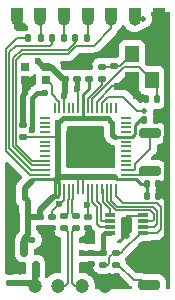
<source format=gbr>
G04 #@! TF.GenerationSoftware,KiCad,Pcbnew,(6.0.7-1)-1*
G04 #@! TF.CreationDate,2023-04-07T16:35:06+08:00*
G04 #@! TF.ProjectId,picofly,7069636f-666c-4792-9e6b-696361645f70,REV1*
G04 #@! TF.SameCoordinates,Original*
G04 #@! TF.FileFunction,Copper,L1,Top*
G04 #@! TF.FilePolarity,Positive*
%FSLAX46Y46*%
G04 Gerber Fmt 4.6, Leading zero omitted, Abs format (unit mm)*
G04 Created by KiCad (PCBNEW (6.0.7-1)-1) date 2023-04-07 16:35:06*
%MOMM*%
%LPD*%
G01*
G04 APERTURE LIST*
G04 Aperture macros list*
%AMRoundRect*
0 Rectangle with rounded corners*
0 $1 Rounding radius*
0 $2 $3 $4 $5 $6 $7 $8 $9 X,Y pos of 4 corners*
0 Add a 4 corners polygon primitive as box body*
4,1,4,$2,$3,$4,$5,$6,$7,$8,$9,$2,$3,0*
0 Add four circle primitives for the rounded corners*
1,1,$1+$1,$2,$3*
1,1,$1+$1,$4,$5*
1,1,$1+$1,$6,$7*
1,1,$1+$1,$8,$9*
0 Add four rect primitives between the rounded corners*
20,1,$1+$1,$2,$3,$4,$5,0*
20,1,$1+$1,$4,$5,$6,$7,0*
20,1,$1+$1,$6,$7,$8,$9,0*
20,1,$1+$1,$8,$9,$2,$3,0*%
G04 Aperture macros list end*
G04 #@! TA.AperFunction,SMDPad,CuDef*
%ADD10RoundRect,0.200000X-0.700000X-0.200000X0.700000X-0.200000X0.700000X0.200000X-0.700000X0.200000X0*%
G04 #@! TD*
G04 #@! TA.AperFunction,SMDPad,CuDef*
%ADD11R,1.200000X1.400000*%
G04 #@! TD*
G04 #@! TA.AperFunction,SMDPad,CuDef*
%ADD12RoundRect,0.140000X0.170000X-0.140000X0.170000X0.140000X-0.170000X0.140000X-0.170000X-0.140000X0*%
G04 #@! TD*
G04 #@! TA.AperFunction,SMDPad,CuDef*
%ADD13RoundRect,0.140000X-0.140000X-0.170000X0.140000X-0.170000X0.140000X0.170000X-0.140000X0.170000X0*%
G04 #@! TD*
G04 #@! TA.AperFunction,SMDPad,CuDef*
%ADD14RoundRect,0.135000X0.185000X-0.135000X0.185000X0.135000X-0.185000X0.135000X-0.185000X-0.135000X0*%
G04 #@! TD*
G04 #@! TA.AperFunction,SMDPad,CuDef*
%ADD15RoundRect,0.140000X0.140000X0.170000X-0.140000X0.170000X-0.140000X-0.170000X0.140000X-0.170000X0*%
G04 #@! TD*
G04 #@! TA.AperFunction,SMDPad,CuDef*
%ADD16RoundRect,0.135000X0.135000X0.185000X-0.135000X0.185000X-0.135000X-0.185000X0.135000X-0.185000X0*%
G04 #@! TD*
G04 #@! TA.AperFunction,SMDPad,CuDef*
%ADD17RoundRect,0.140000X-0.170000X0.140000X-0.170000X-0.140000X0.170000X-0.140000X0.170000X0.140000X0*%
G04 #@! TD*
G04 #@! TA.AperFunction,SMDPad,CuDef*
%ADD18RoundRect,0.135000X-0.185000X0.135000X-0.185000X-0.135000X0.185000X-0.135000X0.185000X0.135000X0*%
G04 #@! TD*
G04 #@! TA.AperFunction,SMDPad,CuDef*
%ADD19R,0.700000X0.700000*%
G04 #@! TD*
G04 #@! TA.AperFunction,SMDPad,CuDef*
%ADD20O,1.000000X1.000000*%
G04 #@! TD*
G04 #@! TA.AperFunction,SMDPad,CuDef*
%ADD21R,1.000000X1.100000*%
G04 #@! TD*
G04 #@! TA.AperFunction,SMDPad,CuDef*
%ADD22R,0.900000X0.300000*%
G04 #@! TD*
G04 #@! TA.AperFunction,SMDPad,CuDef*
%ADD23R,0.250000X1.650000*%
G04 #@! TD*
G04 #@! TA.AperFunction,SMDPad,CuDef*
%ADD24RoundRect,0.150000X-0.150000X0.587500X-0.150000X-0.587500X0.150000X-0.587500X0.150000X0.587500X0*%
G04 #@! TD*
G04 #@! TA.AperFunction,SMDPad,CuDef*
%ADD25RoundRect,0.050000X0.387500X0.050000X-0.387500X0.050000X-0.387500X-0.050000X0.387500X-0.050000X0*%
G04 #@! TD*
G04 #@! TA.AperFunction,SMDPad,CuDef*
%ADD26RoundRect,0.050000X0.050000X0.387500X-0.050000X0.387500X-0.050000X-0.387500X0.050000X-0.387500X0*%
G04 #@! TD*
G04 #@! TA.AperFunction,ComponentPad*
%ADD27C,0.600000*%
G04 #@! TD*
G04 #@! TA.AperFunction,SMDPad,CuDef*
%ADD28RoundRect,0.144000X1.456000X1.456000X-1.456000X1.456000X-1.456000X-1.456000X1.456000X-1.456000X0*%
G04 #@! TD*
G04 #@! TA.AperFunction,SMDPad,CuDef*
%ADD29C,1.200000*%
G04 #@! TD*
G04 #@! TA.AperFunction,ViaPad*
%ADD30C,0.600000*%
G04 #@! TD*
G04 #@! TA.AperFunction,ViaPad*
%ADD31C,0.500000*%
G04 #@! TD*
G04 #@! TA.AperFunction,Conductor*
%ADD32C,0.127000*%
G04 #@! TD*
G04 #@! TA.AperFunction,Conductor*
%ADD33C,0.250000*%
G04 #@! TD*
G04 #@! TA.AperFunction,Conductor*
%ADD34C,0.500000*%
G04 #@! TD*
G04 #@! TA.AperFunction,Conductor*
%ADD35C,0.200000*%
G04 #@! TD*
G04 #@! TA.AperFunction,Conductor*
%ADD36C,0.381000*%
G04 #@! TD*
G04 #@! TA.AperFunction,Conductor*
%ADD37C,0.152400*%
G04 #@! TD*
G04 APERTURE END LIST*
D10*
X112776000Y-86284000D03*
X112776000Y-89484000D03*
X112700000Y-95900000D03*
X112700000Y-99100000D03*
D11*
X112950000Y-81800000D03*
X112950000Y-79600000D03*
X111250000Y-79600000D03*
X111250000Y-81800000D03*
D12*
X102000000Y-86580000D03*
X102000000Y-85620000D03*
D13*
X112296000Y-85200000D03*
X113256000Y-85200000D03*
D14*
X108700000Y-81710000D03*
X108700000Y-80690000D03*
D12*
X100900000Y-98980000D03*
X100900000Y-98020000D03*
D15*
X102480000Y-94400000D03*
X101520000Y-94400000D03*
D16*
X105510000Y-78200000D03*
X104490000Y-78200000D03*
D17*
X104500000Y-93360000D03*
X104500000Y-94320000D03*
D18*
X109900000Y-96390000D03*
X109900000Y-97410000D03*
D12*
X106600000Y-81680000D03*
X106600000Y-80720000D03*
D13*
X112520000Y-91600000D03*
X113480000Y-91600000D03*
D17*
X107800000Y-96430000D03*
X107800000Y-97390000D03*
X109700000Y-79620000D03*
X109700000Y-80580000D03*
D12*
X107600000Y-81680000D03*
X107600000Y-80720000D03*
D16*
X103510000Y-78200000D03*
X102490000Y-78200000D03*
D19*
X104015000Y-81750000D03*
X104015000Y-80650000D03*
X102185000Y-80650000D03*
X102185000Y-81750000D03*
D14*
X105500000Y-94350000D03*
X105500000Y-93330000D03*
D12*
X105600000Y-81680000D03*
X105600000Y-80720000D03*
D18*
X108800000Y-96400000D03*
X108800000Y-97420000D03*
D20*
X101500000Y-76700000D03*
D21*
X101500000Y-76150000D03*
X103500000Y-76150000D03*
D20*
X103500000Y-76700000D03*
D21*
X105500000Y-76150000D03*
D20*
X105500000Y-76700000D03*
D21*
X107500000Y-76150000D03*
D20*
X107500000Y-76700000D03*
D21*
X109500000Y-76150000D03*
D20*
X109500000Y-76700000D03*
X111500000Y-76700000D03*
D21*
X111500000Y-76150000D03*
D20*
X113500000Y-76700000D03*
D21*
X113500000Y-76150000D03*
D13*
X112420000Y-83400000D03*
X113380000Y-83400000D03*
D22*
X112200000Y-94750000D03*
X112200000Y-94250000D03*
X112200000Y-93750000D03*
X112200000Y-93250000D03*
X109400000Y-93250000D03*
X109400000Y-93750000D03*
X109400000Y-94250000D03*
X109400000Y-94750000D03*
D23*
X110800000Y-94000000D03*
D17*
X107500000Y-93360000D03*
X107500000Y-94320000D03*
D24*
X104050000Y-95962500D03*
X102150000Y-95962500D03*
X103100000Y-97837500D03*
D17*
X103500000Y-93360000D03*
X103500000Y-94320000D03*
D25*
X110737500Y-90200000D03*
X110737500Y-89800000D03*
X110737500Y-89400000D03*
X110737500Y-89000000D03*
X110737500Y-88600000D03*
X110737500Y-88200000D03*
X110737500Y-87800000D03*
X110737500Y-87400000D03*
X110737500Y-87000000D03*
X110737500Y-86600000D03*
X110737500Y-86200000D03*
X110737500Y-85800000D03*
X110737500Y-85400000D03*
X110737500Y-85000000D03*
D26*
X109900000Y-84162500D03*
X109500000Y-84162500D03*
X109100000Y-84162500D03*
X108700000Y-84162500D03*
X108300000Y-84162500D03*
X107900000Y-84162500D03*
X107500000Y-84162500D03*
X107100000Y-84162500D03*
X106700000Y-84162500D03*
X106300000Y-84162500D03*
X105900000Y-84162500D03*
X105500000Y-84162500D03*
X105100000Y-84162500D03*
X104700000Y-84162500D03*
D25*
X103862500Y-85000000D03*
X103862500Y-85400000D03*
X103862500Y-85800000D03*
X103862500Y-86200000D03*
X103862500Y-86600000D03*
X103862500Y-87000000D03*
X103862500Y-87400000D03*
X103862500Y-87800000D03*
X103862500Y-88200000D03*
X103862500Y-88600000D03*
X103862500Y-89000000D03*
X103862500Y-89400000D03*
X103862500Y-89800000D03*
X103862500Y-90200000D03*
D26*
X104700000Y-91037500D03*
X105100000Y-91037500D03*
X105500000Y-91037500D03*
X105900000Y-91037500D03*
X106300000Y-91037500D03*
X106700000Y-91037500D03*
X107100000Y-91037500D03*
X107500000Y-91037500D03*
X107900000Y-91037500D03*
X108300000Y-91037500D03*
X108700000Y-91037500D03*
X109100000Y-91037500D03*
X109500000Y-91037500D03*
X109900000Y-91037500D03*
D27*
X106025000Y-86325000D03*
X107300000Y-87600000D03*
X108575000Y-87600000D03*
D28*
X107300000Y-87600000D03*
D27*
X107300000Y-86325000D03*
X108575000Y-88875000D03*
X106025000Y-88875000D03*
X108575000Y-86325000D03*
X107300000Y-88875000D03*
X106025000Y-87600000D03*
D16*
X107410000Y-78200000D03*
X106390000Y-78200000D03*
D15*
X102180000Y-91700000D03*
X101220000Y-91700000D03*
D29*
X103000000Y-99200000D03*
X105000000Y-99200000D03*
X107000000Y-99200000D03*
X109000000Y-99200000D03*
D13*
X112520000Y-90600000D03*
X113480000Y-90600000D03*
D14*
X106500000Y-94350000D03*
X106500000Y-93330000D03*
D15*
X102480000Y-93400000D03*
X101520000Y-93400000D03*
D30*
X105100000Y-92300000D03*
X103900000Y-82900000D03*
X107436325Y-92325040D03*
X102800000Y-86000000D03*
X106600000Y-82500000D03*
D31*
X112300000Y-84400000D03*
X112200000Y-76600000D03*
D30*
X103300000Y-80200000D03*
X105496511Y-83092400D03*
X102200000Y-77400000D03*
X107000000Y-96410000D03*
X104999998Y-85400001D03*
X102800000Y-95300000D03*
X114200000Y-95200000D03*
X107500000Y-95200000D03*
X101500000Y-90000000D03*
X107800000Y-98100000D03*
D31*
X100900000Y-97300000D03*
D30*
X114200000Y-91600000D03*
X113200000Y-97600000D03*
X101200000Y-90800000D03*
D31*
X100900000Y-95600000D03*
D30*
X104900000Y-97400000D03*
D31*
X100900000Y-96500000D03*
D30*
X110400000Y-78000000D03*
X102000000Y-84700000D03*
X114100000Y-86800000D03*
X110000000Y-82300000D03*
X104300000Y-97900000D03*
X114200000Y-90600000D03*
X111500000Y-78000000D03*
D31*
X110800000Y-95000000D03*
D30*
X102200000Y-82900000D03*
X107000000Y-97600000D03*
X108600000Y-79600000D03*
X104200000Y-94900000D03*
X113300000Y-78000000D03*
X102000000Y-83800000D03*
X106900000Y-79900000D03*
D31*
X110800000Y-94000000D03*
X101800000Y-98000000D03*
D30*
X111600000Y-83100000D03*
X110000000Y-99100000D03*
X110000000Y-98400000D03*
X114200000Y-85400000D03*
D32*
X112776000Y-87576000D02*
X112776000Y-86284000D01*
X112776000Y-87630000D02*
X112776000Y-87576000D01*
X111506000Y-88894000D02*
X111506000Y-89344000D01*
X112776000Y-87576000D02*
X112776000Y-87624000D01*
X112776000Y-87624000D02*
X111506000Y-88894000D01*
X111506000Y-89344000D02*
X111450000Y-89400000D01*
X111450000Y-89400000D02*
X110737500Y-89400000D01*
X109800000Y-96390000D02*
X110310000Y-96390000D01*
X110310000Y-96390000D02*
X110600000Y-96100000D01*
X110600000Y-96100000D02*
X111900000Y-94800000D01*
X111900000Y-94800000D02*
X112200000Y-94800000D01*
D33*
X112014000Y-85090000D02*
X111506000Y-85598000D01*
X111506000Y-85598000D02*
X111506000Y-86360000D01*
X111506000Y-86360000D02*
X111266000Y-86600000D01*
X111266000Y-86600000D02*
X110737500Y-86600000D01*
X110737500Y-86600000D02*
X109800000Y-86600000D01*
D34*
X103000000Y-99200000D02*
X103000000Y-98137500D01*
X100900000Y-98980000D02*
X100920000Y-99000000D01*
X102800000Y-99000000D02*
X103000000Y-99200000D01*
X100920000Y-99000000D02*
X102800000Y-99000000D01*
X103000000Y-98137500D02*
X103100000Y-98037500D01*
D35*
X107500000Y-93360000D02*
X107500000Y-92800000D01*
D36*
X103200000Y-82900000D02*
X102800000Y-83300000D01*
D35*
X107500000Y-92388715D02*
X107436325Y-92325040D01*
X107500000Y-92800000D02*
X107500000Y-92600000D01*
X105500000Y-91900000D02*
X105500000Y-91037500D01*
X107500000Y-91037500D02*
X107500000Y-92100000D01*
X107500000Y-92100000D02*
X107500000Y-92261365D01*
X107500000Y-92800000D02*
X107500000Y-92388715D01*
X106700000Y-82600000D02*
X106600000Y-82500000D01*
D36*
X103900000Y-82900000D02*
X103200000Y-82900000D01*
D35*
X104500000Y-92900000D02*
X105500000Y-91900000D01*
X107500000Y-92261365D02*
X107436325Y-92325040D01*
D36*
X102800000Y-83300000D02*
X102800000Y-86000000D01*
D35*
X106700000Y-84162500D02*
X106700000Y-82600000D01*
D36*
X106600000Y-81680000D02*
X106600000Y-82500000D01*
D35*
X107500000Y-92600000D02*
X107500000Y-92100000D01*
X104500000Y-93360000D02*
X104500000Y-92900000D01*
X107500000Y-92600000D02*
X107500000Y-92388715D01*
D32*
X109900000Y-97410000D02*
X110110000Y-97410000D01*
X112250000Y-98900000D02*
X112050000Y-98700000D01*
X110110000Y-97410000D02*
X111400000Y-98700000D01*
X112050000Y-98700000D02*
X111400000Y-98700000D01*
D37*
X106176200Y-94673800D02*
X106500000Y-94350000D01*
X106400000Y-99200000D02*
X106176200Y-98976200D01*
X107000000Y-99200000D02*
X106400000Y-99200000D01*
X106176200Y-98976200D02*
X106176200Y-94673800D01*
X105823800Y-98982136D02*
X105823800Y-94673800D01*
X105605936Y-99200000D02*
X105823800Y-98982136D01*
X105823800Y-94673800D02*
X105500000Y-94350000D01*
D32*
X105000000Y-99200000D02*
X105605936Y-99200000D01*
D35*
X108700000Y-83697342D02*
X109197342Y-83200000D01*
X111500000Y-76700000D02*
X111600000Y-76600000D01*
X111700000Y-84400000D02*
X112300000Y-84400000D01*
X111600000Y-84300000D02*
X111700000Y-84400000D01*
X111600000Y-76600000D02*
X112200000Y-76600000D01*
X110500000Y-83200000D02*
X111600000Y-84300000D01*
X108700000Y-84162500D02*
X108700000Y-83697342D01*
X110400000Y-83200000D02*
X110500000Y-83200000D01*
X109197342Y-83200000D02*
X110400000Y-83200000D01*
D37*
X108003553Y-78903553D02*
X106527499Y-78903553D01*
X101461400Y-80083144D02*
X101461400Y-87261400D01*
X101944545Y-79600000D02*
X101461400Y-80083144D01*
X102800000Y-88600000D02*
X103862500Y-88600000D01*
X101461400Y-87261400D02*
X102800000Y-88600000D01*
X106527499Y-78903553D02*
X105831052Y-79600000D01*
X105831052Y-79600000D02*
X101944545Y-79600000D01*
X109500000Y-77407106D02*
X108003553Y-78903553D01*
X109500000Y-76700000D02*
X109500000Y-77407106D01*
X107500000Y-76700000D02*
X107500000Y-78110000D01*
X107500000Y-78110000D02*
X107410000Y-78200000D01*
X105510000Y-78200000D02*
X105510000Y-76710000D01*
X105510000Y-76710000D02*
X105500000Y-76700000D01*
X103510000Y-78200000D02*
X103510000Y-76710000D01*
X103510000Y-76710000D02*
X103500000Y-76700000D01*
D32*
X112550000Y-89800000D02*
X113000000Y-89350000D01*
X110737500Y-89800000D02*
X112550000Y-89800000D01*
X105100000Y-83600000D02*
X104500000Y-83000000D01*
X104500000Y-83000000D02*
X104500000Y-82235000D01*
X105100000Y-84162500D02*
X105100000Y-83600000D01*
X104500000Y-82235000D02*
X104015000Y-81750000D01*
X110500000Y-92200000D02*
X113400000Y-92200000D01*
X112200000Y-94800000D02*
X112200000Y-94750000D01*
X109900000Y-91037500D02*
X109900000Y-91600000D01*
X109180000Y-97420000D02*
X109300000Y-97300000D01*
X113350000Y-94750000D02*
X112200000Y-94750000D01*
X113700000Y-94400000D02*
X113350000Y-94750000D01*
X108800000Y-97420000D02*
X109180000Y-97420000D01*
X113700000Y-92500000D02*
X113700000Y-94400000D01*
X109710000Y-96390000D02*
X109900000Y-96390000D01*
X109900000Y-91600000D02*
X110500000Y-92200000D01*
X109300000Y-96800000D02*
X109710000Y-96390000D01*
X113400000Y-92200000D02*
X113700000Y-92500000D01*
X109300000Y-97300000D02*
X109300000Y-96800000D01*
X108550000Y-94250000D02*
X108300000Y-94000000D01*
X108300000Y-92500000D02*
X107900000Y-92100000D01*
X108300000Y-94000000D02*
X108300000Y-92500000D01*
X107900000Y-92100000D02*
X107900000Y-91037500D01*
X109400000Y-94250000D02*
X108550000Y-94250000D01*
X108750000Y-93750000D02*
X108650000Y-93650000D01*
X108650000Y-92350000D02*
X108650000Y-93650000D01*
X109400000Y-93750000D02*
X108750000Y-93750000D01*
X108300000Y-92000000D02*
X108650000Y-92350000D01*
X108300000Y-91037500D02*
X108300000Y-92000000D01*
X108778902Y-92084476D02*
X109400000Y-92705574D01*
X108778902Y-91116402D02*
X108778902Y-92084476D01*
X109400000Y-92705574D02*
X109400000Y-93250000D01*
X108700000Y-91037500D02*
X108778902Y-91116402D01*
X112950000Y-93750000D02*
X112200000Y-93750000D01*
X109100000Y-91037500D02*
X109100000Y-92011148D01*
X109100000Y-92011148D02*
X109888852Y-92800000D01*
X113100000Y-93600000D02*
X112950000Y-93750000D01*
X113100000Y-93100000D02*
X113100000Y-93600000D01*
X112800000Y-92800000D02*
X113100000Y-93100000D01*
X109888852Y-92800000D02*
X112800000Y-92800000D01*
X113400000Y-92900000D02*
X113400000Y-94000000D01*
X110000000Y-92500000D02*
X113000000Y-92500000D01*
X109500000Y-91037500D02*
X109500000Y-92000000D01*
X113400000Y-94000000D02*
X113150000Y-94250000D01*
X113000000Y-92500000D02*
X113400000Y-92900000D01*
X109500000Y-92000000D02*
X110000000Y-92500000D01*
X113150000Y-94250000D02*
X112200000Y-94250000D01*
D35*
X105500000Y-84162500D02*
X105500000Y-83095889D01*
X103862500Y-86600000D02*
X102020000Y-86600000D01*
D33*
X112000000Y-90600000D02*
X111600000Y-90200000D01*
D36*
X106700000Y-85000000D02*
X109200000Y-85000000D01*
D33*
X107600000Y-81680000D02*
X107600000Y-82500000D01*
D34*
X105000000Y-89600000D02*
X105000000Y-86500000D01*
X105000000Y-85400003D02*
X104999998Y-85400001D01*
X102180000Y-90920000D02*
X102750000Y-90350000D01*
X105000000Y-86500000D02*
X105000000Y-85400003D01*
X109800000Y-90000000D02*
X107200000Y-90000000D01*
D36*
X109200000Y-85000000D02*
X109600000Y-85400000D01*
D34*
X105496511Y-83003489D02*
X105496511Y-83092400D01*
X102480000Y-92000000D02*
X102180000Y-91700000D01*
X104015000Y-80650000D02*
X104382220Y-80650000D01*
D36*
X107020000Y-96430000D02*
X107000000Y-96410000D01*
D35*
X106700000Y-90200000D02*
X106500000Y-90000000D01*
D36*
X107100000Y-85000000D02*
X106700000Y-85000000D01*
D33*
X105100000Y-91037500D02*
X105100000Y-90500000D01*
X109800000Y-90000000D02*
X110000000Y-90200000D01*
X111600000Y-90200000D02*
X110737500Y-90200000D01*
D36*
X106700000Y-85000000D02*
X105399999Y-85000000D01*
D35*
X107100000Y-90100000D02*
X107200000Y-90000000D01*
D36*
X109600000Y-85400000D02*
X109600000Y-86400000D01*
D33*
X103862500Y-90200000D02*
X104600000Y-90200000D01*
X104900000Y-91700000D02*
X104600000Y-91700000D01*
D36*
X102800000Y-95300000D02*
X102750000Y-95250000D01*
D34*
X102520000Y-93360000D02*
X102480000Y-93400000D01*
X107200000Y-90000000D02*
X106500000Y-90000000D01*
X102180000Y-91700000D02*
X102180000Y-90920000D01*
D36*
X107800000Y-96430000D02*
X107020000Y-96430000D01*
D33*
X107100000Y-85000000D02*
X107100000Y-84162500D01*
D36*
X108800000Y-94900000D02*
X108950000Y-94750000D01*
D33*
X110737500Y-90200000D02*
X110000000Y-90200000D01*
D34*
X105600000Y-81680000D02*
X105600000Y-82900000D01*
D33*
X105000000Y-89800000D02*
X105000000Y-89600000D01*
D34*
X103500000Y-92800000D02*
X103500000Y-93360000D01*
D33*
X105000000Y-90000000D02*
X104700000Y-90300000D01*
X104700000Y-90300000D02*
X104800000Y-90200000D01*
D34*
X103750000Y-80650000D02*
X103300000Y-80200000D01*
D36*
X102750000Y-95250000D02*
X102150000Y-95250000D01*
D33*
X105100000Y-91500000D02*
X104900000Y-91700000D01*
D34*
X105000000Y-90000000D02*
X105000000Y-89600000D01*
D33*
X104700000Y-91037500D02*
X104700000Y-91600000D01*
X112520000Y-90600000D02*
X112000000Y-90600000D01*
D34*
X106500000Y-90000000D02*
X105200000Y-90000000D01*
D35*
X102020000Y-86600000D02*
X102000000Y-86580000D01*
D34*
X103500000Y-93360000D02*
X102520000Y-93360000D01*
D33*
X103862500Y-90200000D02*
X102900000Y-90200000D01*
X105100000Y-90500000D02*
X104800000Y-90200000D01*
X105000000Y-90000000D02*
X104800000Y-90200000D01*
D35*
X106700000Y-91037500D02*
X106700000Y-90200000D01*
D33*
X112520000Y-91600000D02*
X112520000Y-90600000D01*
D34*
X104015000Y-80650000D02*
X103750000Y-80650000D01*
X105600000Y-81680000D02*
X105412220Y-81680000D01*
X102480000Y-94920000D02*
X102480000Y-92000000D01*
X102200000Y-77400000D02*
X101900000Y-77100000D01*
D35*
X103862500Y-86600000D02*
X104900000Y-86600000D01*
D33*
X105100000Y-91037500D02*
X105100000Y-91500000D01*
D34*
X105600000Y-82900000D02*
X105496511Y-83003489D01*
D36*
X108800000Y-95500000D02*
X108800000Y-94900000D01*
X108800000Y-96400000D02*
X108800000Y-95500000D01*
X108770000Y-96430000D02*
X108800000Y-96400000D01*
X109600000Y-86400000D02*
X109800000Y-86600000D01*
D33*
X107100000Y-83000000D02*
X107100000Y-84162500D01*
D34*
X105200000Y-90000000D02*
X104900000Y-90300000D01*
D33*
X104700000Y-91037500D02*
X104700000Y-90300000D01*
D36*
X105399999Y-85000000D02*
X104999998Y-85400001D01*
D35*
X105500000Y-83095889D02*
X105496511Y-83092400D01*
D34*
X101500000Y-76700000D02*
X101500000Y-77400000D01*
X102150000Y-96162500D02*
X102150000Y-95250000D01*
X102150000Y-95250000D02*
X102480000Y-94920000D01*
D33*
X104600000Y-90200000D02*
X104800000Y-90200000D01*
X104600000Y-90200000D02*
X105000000Y-89800000D01*
D34*
X105200000Y-90000000D02*
X105000000Y-90000000D01*
D35*
X107100000Y-91037500D02*
X107100000Y-90100000D01*
D36*
X108950000Y-94750000D02*
X109400000Y-94750000D01*
D33*
X102900000Y-90200000D02*
X102750000Y-90350000D01*
X107600000Y-82500000D02*
X107100000Y-83000000D01*
D34*
X104382220Y-80650000D02*
X105412220Y-81680000D01*
D35*
X104900000Y-86600000D02*
X105000000Y-86500000D01*
D33*
X104700000Y-91600000D02*
X104600000Y-91700000D01*
D34*
X104600000Y-91700000D02*
X103500000Y-92800000D01*
D36*
X107800000Y-96430000D02*
X108770000Y-96430000D01*
D34*
X101500000Y-77400000D02*
X102200000Y-77400000D01*
D37*
X113380000Y-83400000D02*
X113380000Y-82230000D01*
X110600000Y-80700000D02*
X107900000Y-83400000D01*
X111850000Y-80700000D02*
X110600000Y-80700000D01*
X113380000Y-82230000D02*
X112950000Y-81800000D01*
X107900000Y-83400000D02*
X107900000Y-84162500D01*
X112950000Y-81800000D02*
X111850000Y-80700000D01*
X107500000Y-84162500D02*
X107500000Y-83369653D01*
X108334827Y-82534827D02*
X108700000Y-82169654D01*
X108700000Y-82169654D02*
X108700000Y-81710000D01*
X107500000Y-83369653D02*
X108334827Y-82534827D01*
X108700000Y-80690000D02*
X109590000Y-80690000D01*
X109590000Y-80690000D02*
X109700000Y-80580000D01*
X110270000Y-80580000D02*
X111250000Y-79600000D01*
X109700000Y-80580000D02*
X110270000Y-80580000D01*
X106176200Y-91977947D02*
X106176200Y-93006200D01*
X106300000Y-91854147D02*
X106176200Y-91977947D01*
X106176200Y-93006200D02*
X106500000Y-93330000D01*
X106300000Y-91037500D02*
X106300000Y-91854147D01*
D34*
X102000000Y-83100000D02*
X102200000Y-82900000D01*
D35*
X111250000Y-81800000D02*
X111250000Y-82850000D01*
D34*
X104180000Y-94320000D02*
X104500000Y-94320000D01*
X114200000Y-91600000D02*
X114200000Y-85400000D01*
X114200000Y-85400000D02*
X114200000Y-79900000D01*
X104400000Y-97400000D02*
X104900000Y-97400000D01*
D35*
X111250000Y-82850000D02*
X111800000Y-83400000D01*
X111250000Y-81800000D02*
X110500000Y-81800000D01*
D34*
X104180000Y-94320000D02*
X104180000Y-95832500D01*
D35*
X108300000Y-84162500D02*
X108300000Y-83599678D01*
X108300000Y-83599678D02*
X109599678Y-82300000D01*
X109599678Y-82300000D02*
X110000000Y-82300000D01*
D34*
X104050000Y-95962500D02*
X104200000Y-95812500D01*
X113900000Y-79600000D02*
X112950000Y-79600000D01*
X104180000Y-95832500D02*
X104050000Y-95962500D01*
X102200000Y-82900000D02*
X102200000Y-81765000D01*
D35*
X112093750Y-93300000D02*
X110906250Y-93300000D01*
D34*
X104050000Y-97050000D02*
X104400000Y-97400000D01*
X107600000Y-80100000D02*
X107600000Y-80720000D01*
D35*
X110500000Y-81800000D02*
X110000000Y-82300000D01*
D34*
X104200000Y-95812500D02*
X104200000Y-94900000D01*
X104050000Y-95962500D02*
X104050000Y-97050000D01*
X101200000Y-92800000D02*
X101200000Y-90800000D01*
X114200000Y-91600000D02*
X114200000Y-95200000D01*
X108080000Y-79620000D02*
X107600000Y-80100000D01*
X102200000Y-81765000D02*
X102185000Y-81750000D01*
X101520000Y-93120000D02*
X101200000Y-92800000D01*
X102000000Y-85620000D02*
X102000000Y-83100000D01*
X101520000Y-94400000D02*
X101520000Y-93120000D01*
X105600000Y-80720000D02*
X107600000Y-80720000D01*
D35*
X111800000Y-83400000D02*
X112420000Y-83400000D01*
D34*
X109700000Y-79620000D02*
X108080000Y-79620000D01*
D35*
X110800000Y-94000000D02*
X110800000Y-94537500D01*
D34*
X100900000Y-98020000D02*
X100900000Y-97300000D01*
X103500000Y-94320000D02*
X104180000Y-94320000D01*
X114200000Y-79900000D02*
X113900000Y-79600000D01*
D37*
X101909398Y-79204800D02*
X105795200Y-79204800D01*
X103862500Y-89000000D02*
X102769654Y-89000000D01*
X102769654Y-89000000D02*
X101157099Y-87387446D01*
X101157099Y-87387446D02*
X101157099Y-79957099D01*
X105795200Y-79204800D02*
X106390000Y-78610000D01*
X101157099Y-79957099D02*
X101909398Y-79204800D01*
X106390000Y-78610000D02*
X106390000Y-78200000D01*
X102700000Y-89400000D02*
X100852798Y-87552798D01*
X100852798Y-87552798D02*
X100852798Y-79447202D01*
X103862500Y-89400000D02*
X102700000Y-89400000D01*
X101400000Y-78900000D02*
X104300000Y-78900000D01*
X100852798Y-79447202D02*
X101400000Y-78900000D01*
X104490000Y-78710000D02*
X104490000Y-78200000D01*
X104300000Y-78900000D02*
X104490000Y-78710000D01*
X100548497Y-79151503D02*
X101500000Y-78200000D01*
X101500000Y-78200000D02*
X102490000Y-78200000D01*
X102600000Y-89800000D02*
X100548497Y-87748497D01*
X103862500Y-89800000D02*
X102600000Y-89800000D01*
X100548497Y-87748497D02*
X100548497Y-79151503D01*
X105828101Y-91895699D02*
X105828101Y-93001899D01*
X105828101Y-93001899D02*
X105500000Y-93330000D01*
X105900000Y-91037500D02*
X105900000Y-91823800D01*
X105900000Y-91823800D02*
X105828101Y-91895699D01*
G04 #@! TA.AperFunction,Conductor*
G36*
X107367915Y-97168423D02*
G01*
X107370403Y-97169894D01*
X107378016Y-97172106D01*
X107378019Y-97172107D01*
X107426718Y-97186255D01*
X107527746Y-97215606D01*
X107534151Y-97216110D01*
X107534156Y-97216111D01*
X107562060Y-97218307D01*
X107562068Y-97218307D01*
X107564516Y-97218500D01*
X107845500Y-97218500D01*
X107913621Y-97238502D01*
X107960114Y-97292158D01*
X107971500Y-97344500D01*
X107971501Y-97619988D01*
X107974371Y-97656466D01*
X108019731Y-97812596D01*
X108023766Y-97819418D01*
X108023766Y-97819419D01*
X108054453Y-97871308D01*
X108102494Y-97952541D01*
X108217459Y-98067506D01*
X108224280Y-98071540D01*
X108342822Y-98141645D01*
X108357404Y-98150269D01*
X108365015Y-98152480D01*
X108365017Y-98152481D01*
X108454531Y-98178487D01*
X108513534Y-98195629D01*
X108519941Y-98196133D01*
X108519945Y-98196134D01*
X108547556Y-98198307D01*
X108547562Y-98198307D01*
X108550011Y-98198500D01*
X108799848Y-98198500D01*
X109049988Y-98198499D01*
X109086466Y-98195629D01*
X109183270Y-98167505D01*
X109234983Y-98152481D01*
X109234985Y-98152480D01*
X109242596Y-98150269D01*
X109294317Y-98119682D01*
X109363132Y-98102223D01*
X109422595Y-98119683D01*
X109429396Y-98123705D01*
X109448050Y-98134737D01*
X109457404Y-98140269D01*
X109465015Y-98142480D01*
X109465017Y-98142481D01*
X109555750Y-98168841D01*
X109613534Y-98185629D01*
X109619941Y-98186133D01*
X109619945Y-98186134D01*
X109647556Y-98188307D01*
X109647562Y-98188307D01*
X109650011Y-98188500D01*
X109669414Y-98188500D01*
X110027378Y-98188499D01*
X110095498Y-98208501D01*
X110116474Y-98225404D01*
X110963192Y-99072123D01*
X110974058Y-99084514D01*
X110992045Y-99107955D01*
X111022040Y-99130971D01*
X111022045Y-99130976D01*
X111022061Y-99130988D01*
X111022074Y-99130999D01*
X111093082Y-99185484D01*
X111111532Y-99199641D01*
X111162012Y-99220551D01*
X111213800Y-99242002D01*
X111269081Y-99286551D01*
X111291450Y-99352641D01*
X111291501Y-99353753D01*
X111291501Y-99356634D01*
X111291765Y-99359503D01*
X111291775Y-99359730D01*
X111274913Y-99428695D01*
X111223443Y-99477596D01*
X111165907Y-99491500D01*
X108223492Y-99491500D01*
X108155371Y-99471498D01*
X108108878Y-99417842D01*
X108098796Y-99347420D01*
X108111723Y-99258263D01*
X108113249Y-99200000D01*
X108094608Y-98997126D01*
X108052056Y-98846249D01*
X108040875Y-98806606D01*
X108040874Y-98806604D01*
X108039307Y-98801047D01*
X108027248Y-98776592D01*
X107951756Y-98623510D01*
X107949201Y-98618329D01*
X107930796Y-98593681D01*
X107830758Y-98459715D01*
X107830758Y-98459714D01*
X107827305Y-98455091D01*
X107701028Y-98338361D01*
X107681943Y-98320719D01*
X107681940Y-98320717D01*
X107677703Y-98316800D01*
X107631675Y-98287759D01*
X107510288Y-98211169D01*
X107510283Y-98211167D01*
X107505404Y-98208088D01*
X107316180Y-98132595D01*
X107116366Y-98092849D01*
X107110592Y-98092773D01*
X107110588Y-98092773D01*
X107007452Y-98091424D01*
X106912655Y-98090183D01*
X106906956Y-98091162D01*
X106901202Y-98091615D01*
X106901084Y-98090112D01*
X106837714Y-98082765D01*
X106782806Y-98037758D01*
X106760900Y-97966762D01*
X106760900Y-97337737D01*
X106780902Y-97269616D01*
X106834558Y-97223123D01*
X106903565Y-97212844D01*
X106915414Y-97214425D01*
X106975980Y-97222507D01*
X106975984Y-97222507D01*
X106982961Y-97223438D01*
X106989972Y-97222800D01*
X106989976Y-97222800D01*
X107147096Y-97208500D01*
X107163600Y-97206998D01*
X107170302Y-97204820D01*
X107170304Y-97204820D01*
X107235926Y-97183498D01*
X107286837Y-97166956D01*
X107357803Y-97164928D01*
X107367915Y-97168423D01*
G37*
G04 #@! TD.AperFunction*
G04 #@! TA.AperFunction,Conductor*
G36*
X114429794Y-94508941D02*
G01*
X114478172Y-94560903D01*
X114491500Y-94617303D01*
X114491500Y-99365500D01*
X114471498Y-99433621D01*
X114417842Y-99480114D01*
X114365500Y-99491500D01*
X114234093Y-99491500D01*
X114165972Y-99471498D01*
X114119479Y-99417842D01*
X114108226Y-99359721D01*
X114108236Y-99359513D01*
X114108500Y-99356635D01*
X114108499Y-98843366D01*
X114101753Y-98769938D01*
X114055865Y-98623510D01*
X114052744Y-98613550D01*
X114052743Y-98613548D01*
X114050472Y-98606301D01*
X113961639Y-98459619D01*
X113840381Y-98338361D01*
X113693699Y-98249528D01*
X113686452Y-98247257D01*
X113686450Y-98247256D01*
X113616720Y-98225404D01*
X113530062Y-98198247D01*
X113456635Y-98191500D01*
X113338527Y-98191500D01*
X112342145Y-98191501D01*
X112293927Y-98181910D01*
X112291079Y-98180730D01*
X112199322Y-98142723D01*
X112150027Y-98136233D01*
X112087503Y-98128001D01*
X112087494Y-98128000D01*
X112087491Y-98128000D01*
X112087479Y-98127999D01*
X112058189Y-98124143D01*
X112058188Y-98124143D01*
X112050000Y-98123065D01*
X112041812Y-98124143D01*
X112041811Y-98124143D01*
X112020702Y-98126922D01*
X112004256Y-98128000D01*
X111689122Y-98128000D01*
X111621001Y-98107998D01*
X111600027Y-98091096D01*
X110762186Y-97253256D01*
X110728161Y-97190943D01*
X110727470Y-97186255D01*
X110727291Y-97186288D01*
X110726134Y-97179954D01*
X110725629Y-97173534D01*
X110680269Y-97017404D01*
X110659607Y-96982466D01*
X110642148Y-96913649D01*
X110664665Y-96846318D01*
X110691356Y-96818366D01*
X110711400Y-96802985D01*
X110711401Y-96802984D01*
X110717955Y-96797955D01*
X110735953Y-96774500D01*
X110746820Y-96762110D01*
X112063525Y-95445405D01*
X112125837Y-95411379D01*
X112152620Y-95408500D01*
X112698134Y-95408500D01*
X112760316Y-95401745D01*
X112896705Y-95350615D01*
X112903892Y-95345229D01*
X112911760Y-95340921D01*
X112912825Y-95342867D01*
X112967798Y-95322326D01*
X112976861Y-95322000D01*
X113304256Y-95322000D01*
X113320702Y-95323078D01*
X113341811Y-95325857D01*
X113341812Y-95325857D01*
X113350000Y-95326935D01*
X113358188Y-95325857D01*
X113358189Y-95325857D01*
X113387479Y-95322001D01*
X113387491Y-95322000D01*
X113387494Y-95322000D01*
X113387503Y-95321999D01*
X113471287Y-95310968D01*
X113499322Y-95307277D01*
X113638468Y-95249641D01*
X113723317Y-95184534D01*
X113727954Y-95180976D01*
X113727955Y-95180975D01*
X113757955Y-95157955D01*
X113775949Y-95134505D01*
X113786816Y-95122114D01*
X114072114Y-94836816D01*
X114084505Y-94825949D01*
X114101402Y-94812984D01*
X114101405Y-94812981D01*
X114107955Y-94807955D01*
X114118185Y-94794624D01*
X114156279Y-94744979D01*
X114194612Y-94695022D01*
X114199641Y-94688468D01*
X114239332Y-94592644D01*
X114249091Y-94569085D01*
X114293639Y-94513804D01*
X114361003Y-94491383D01*
X114429794Y-94508941D01*
G37*
G04 #@! TD.AperFunction*
G04 #@! TA.AperFunction,Conductor*
G36*
X104055851Y-94093755D02*
G01*
X104056303Y-94092710D01*
X104063581Y-94095859D01*
X104070403Y-94099894D01*
X104078014Y-94102105D01*
X104078016Y-94102106D01*
X104128995Y-94116916D01*
X104227746Y-94145606D01*
X104234151Y-94146110D01*
X104234156Y-94146111D01*
X104262060Y-94148307D01*
X104262068Y-94148307D01*
X104264516Y-94148500D01*
X104545500Y-94148500D01*
X104613621Y-94168502D01*
X104660114Y-94222158D01*
X104671500Y-94274500D01*
X104671501Y-94412982D01*
X104671501Y-94549988D01*
X104674371Y-94586466D01*
X104695183Y-94658101D01*
X104714587Y-94724889D01*
X104719731Y-94742596D01*
X104723766Y-94749418D01*
X104723766Y-94749419D01*
X104747545Y-94789627D01*
X104802494Y-94882541D01*
X104917459Y-94997506D01*
X104924280Y-95001540D01*
X104948924Y-95016114D01*
X105057404Y-95080269D01*
X105065015Y-95082480D01*
X105065017Y-95082481D01*
X105107898Y-95094939D01*
X105141080Y-95104579D01*
X105148253Y-95106663D01*
X105208088Y-95144876D01*
X105237766Y-95209372D01*
X105239100Y-95227660D01*
X105239100Y-97966796D01*
X105219098Y-98034917D01*
X105165442Y-98081410D01*
X105111452Y-98092785D01*
X104912655Y-98090183D01*
X104906958Y-98091162D01*
X104906957Y-98091162D01*
X104740980Y-98119682D01*
X104711870Y-98124684D01*
X104520734Y-98195198D01*
X104515773Y-98198150D01*
X104515772Y-98198150D01*
X104433233Y-98247256D01*
X104345649Y-98299363D01*
X104192478Y-98433690D01*
X104176276Y-98454243D01*
X104133450Y-98508567D01*
X104075569Y-98549680D01*
X104004649Y-98552974D01*
X103943206Y-98517403D01*
X103910749Y-98454260D01*
X103908500Y-98430561D01*
X103908500Y-97183498D01*
X103907716Y-97173534D01*
X103906067Y-97152579D01*
X103906066Y-97152574D01*
X103905562Y-97146169D01*
X103876528Y-97046231D01*
X103861357Y-96994012D01*
X103861356Y-96994010D01*
X103859145Y-96986399D01*
X103786557Y-96863659D01*
X103778491Y-96850020D01*
X103778489Y-96850017D01*
X103774453Y-96843193D01*
X103656807Y-96725547D01*
X103649983Y-96721511D01*
X103649980Y-96721509D01*
X103520427Y-96644892D01*
X103520428Y-96644892D01*
X103513601Y-96640855D01*
X103505990Y-96638644D01*
X103505988Y-96638643D01*
X103438230Y-96618958D01*
X103353831Y-96594438D01*
X103347426Y-96593934D01*
X103347421Y-96593933D01*
X103318958Y-96591693D01*
X103318950Y-96591693D01*
X103316502Y-96591500D01*
X103084500Y-96591500D01*
X103016379Y-96571498D01*
X102969886Y-96517842D01*
X102958500Y-96465500D01*
X102958500Y-96190199D01*
X102978502Y-96122078D01*
X103032158Y-96075585D01*
X103045558Y-96070368D01*
X103088943Y-96056272D01*
X103129409Y-96043124D01*
X103129412Y-96043123D01*
X103136108Y-96040947D01*
X103291912Y-95948069D01*
X103423266Y-95822982D01*
X103523643Y-95671902D01*
X103588055Y-95502338D01*
X103592942Y-95467568D01*
X103612748Y-95326639D01*
X103612748Y-95326636D01*
X103613299Y-95322717D01*
X103613463Y-95310968D01*
X103613561Y-95303962D01*
X103613561Y-95303957D01*
X103613616Y-95300000D01*
X103593397Y-95119745D01*
X103590491Y-95111399D01*
X103536064Y-94955106D01*
X103536062Y-94955103D01*
X103533745Y-94948448D01*
X103453922Y-94820703D01*
X103441359Y-94800598D01*
X103437626Y-94794624D01*
X103412163Y-94768982D01*
X103309815Y-94665918D01*
X103310893Y-94664847D01*
X103274991Y-94613258D01*
X103268500Y-94573338D01*
X103268500Y-94274500D01*
X103288502Y-94206379D01*
X103342158Y-94159886D01*
X103394500Y-94148500D01*
X103735484Y-94148500D01*
X103737932Y-94148307D01*
X103737940Y-94148307D01*
X103765844Y-94146111D01*
X103765849Y-94146110D01*
X103772254Y-94145606D01*
X103871005Y-94116916D01*
X103921984Y-94102106D01*
X103921986Y-94102105D01*
X103929597Y-94099894D01*
X103936419Y-94095859D01*
X103943697Y-94092710D01*
X103944278Y-94094053D01*
X104004685Y-94078731D01*
X104055851Y-94093755D01*
G37*
G04 #@! TD.AperFunction*
G04 #@! TA.AperFunction,Conductor*
G36*
X100717012Y-88744356D02*
G01*
X100723595Y-88750485D01*
X101911119Y-89938010D01*
X101945145Y-90000322D01*
X101940080Y-90071138D01*
X101911119Y-90116200D01*
X101691089Y-90336230D01*
X101676677Y-90348616D01*
X101665082Y-90357149D01*
X101665077Y-90357154D01*
X101659182Y-90361492D01*
X101654443Y-90367070D01*
X101654440Y-90367073D01*
X101624965Y-90401768D01*
X101618035Y-90409284D01*
X101612340Y-90414979D01*
X101610060Y-90417861D01*
X101594719Y-90437251D01*
X101591928Y-90440655D01*
X101583668Y-90450378D01*
X101544667Y-90496285D01*
X101541339Y-90502801D01*
X101537972Y-90507850D01*
X101534805Y-90512979D01*
X101530266Y-90518716D01*
X101499345Y-90584875D01*
X101497442Y-90588769D01*
X101464231Y-90653808D01*
X101462492Y-90660916D01*
X101460393Y-90666559D01*
X101458476Y-90672322D01*
X101455378Y-90678950D01*
X101453888Y-90686112D01*
X101453888Y-90686113D01*
X101440514Y-90750412D01*
X101439544Y-90754696D01*
X101422192Y-90825610D01*
X101421844Y-90831212D01*
X101421844Y-90831215D01*
X101421579Y-90835484D01*
X101421500Y-90836764D01*
X101421464Y-90836762D01*
X101421225Y-90840755D01*
X101420851Y-90844947D01*
X101419360Y-90852115D01*
X101419558Y-90859432D01*
X101421454Y-90929521D01*
X101421500Y-90932928D01*
X101421500Y-91316514D01*
X101416497Y-91351667D01*
X101396188Y-91421569D01*
X101396187Y-91421574D01*
X101394394Y-91427746D01*
X101393890Y-91434151D01*
X101393889Y-91434156D01*
X101391693Y-91462060D01*
X101391500Y-91464516D01*
X101391500Y-91935484D01*
X101391693Y-91937932D01*
X101391693Y-91937940D01*
X101393092Y-91955707D01*
X101394394Y-91972254D01*
X101440106Y-92129597D01*
X101444141Y-92136419D01*
X101444141Y-92136420D01*
X101519478Y-92263808D01*
X101523512Y-92270629D01*
X101639371Y-92386488D01*
X101659640Y-92398475D01*
X101708091Y-92450364D01*
X101721500Y-92506927D01*
X101721500Y-93016514D01*
X101716497Y-93051667D01*
X101696188Y-93121569D01*
X101696187Y-93121574D01*
X101694394Y-93127746D01*
X101691500Y-93164516D01*
X101691500Y-93635484D01*
X101694394Y-93672254D01*
X101696187Y-93678426D01*
X101696188Y-93678431D01*
X101716497Y-93748333D01*
X101721500Y-93783486D01*
X101721500Y-94016514D01*
X101716497Y-94051667D01*
X101696188Y-94121569D01*
X101696187Y-94121574D01*
X101694394Y-94127746D01*
X101693890Y-94134151D01*
X101693889Y-94134156D01*
X101691864Y-94159886D01*
X101691500Y-94164516D01*
X101691500Y-94581914D01*
X101671498Y-94650035D01*
X101640183Y-94683395D01*
X101635083Y-94687148D01*
X101635076Y-94687154D01*
X101629182Y-94691492D01*
X101624443Y-94697070D01*
X101624440Y-94697073D01*
X101594965Y-94731768D01*
X101588035Y-94739284D01*
X101582340Y-94744979D01*
X101580060Y-94747861D01*
X101564719Y-94767251D01*
X101561928Y-94770655D01*
X101525967Y-94812984D01*
X101514667Y-94826285D01*
X101511339Y-94832801D01*
X101507972Y-94837850D01*
X101504805Y-94842979D01*
X101500266Y-94848716D01*
X101469345Y-94914875D01*
X101467442Y-94918769D01*
X101434231Y-94983808D01*
X101432492Y-94990916D01*
X101430393Y-94996559D01*
X101428476Y-95002322D01*
X101425378Y-95008950D01*
X101423888Y-95016114D01*
X101415496Y-95056459D01*
X101400592Y-95094935D01*
X101390855Y-95111399D01*
X101388644Y-95119010D01*
X101388643Y-95119012D01*
X101386136Y-95127641D01*
X101344438Y-95271169D01*
X101343934Y-95277574D01*
X101343933Y-95277579D01*
X101341857Y-95303962D01*
X101341500Y-95308498D01*
X101341500Y-96616502D01*
X101341693Y-96618950D01*
X101341693Y-96618958D01*
X101343417Y-96640855D01*
X101344438Y-96653831D01*
X101390855Y-96813601D01*
X101394892Y-96820427D01*
X101471509Y-96949980D01*
X101471511Y-96949983D01*
X101475547Y-96956807D01*
X101593193Y-97074453D01*
X101600017Y-97078489D01*
X101600020Y-97078491D01*
X101704013Y-97139992D01*
X101736399Y-97159145D01*
X101744010Y-97161356D01*
X101744012Y-97161357D01*
X101781015Y-97172107D01*
X101896169Y-97205562D01*
X101902574Y-97206066D01*
X101902579Y-97206067D01*
X101931042Y-97208307D01*
X101931050Y-97208307D01*
X101933498Y-97208500D01*
X102165500Y-97208500D01*
X102233621Y-97228502D01*
X102280114Y-97282158D01*
X102291500Y-97334500D01*
X102291500Y-97831524D01*
X102284401Y-97870976D01*
X102284231Y-97871308D01*
X102282492Y-97878414D01*
X102280397Y-97884047D01*
X102278476Y-97889822D01*
X102275378Y-97896450D01*
X102273888Y-97903612D01*
X102273888Y-97903613D01*
X102260514Y-97967912D01*
X102259544Y-97972196D01*
X102242192Y-98043110D01*
X102241500Y-98054264D01*
X102241464Y-98054262D01*
X102241225Y-98058255D01*
X102240851Y-98062447D01*
X102239360Y-98069615D01*
X102239558Y-98076932D01*
X102240509Y-98112093D01*
X102222356Y-98180730D01*
X102169977Y-98228656D01*
X102114555Y-98241500D01*
X101352328Y-98241500D01*
X101317175Y-98236497D01*
X101229994Y-98211169D01*
X101172254Y-98194394D01*
X101165849Y-98193890D01*
X101165844Y-98193889D01*
X101137940Y-98191693D01*
X101137932Y-98191693D01*
X101135484Y-98191500D01*
X100664516Y-98191500D01*
X100655335Y-98192223D01*
X100644384Y-98193084D01*
X100574904Y-98178487D01*
X100524346Y-98128644D01*
X100508500Y-98067472D01*
X100508500Y-88839580D01*
X100528502Y-88771459D01*
X100582158Y-88724966D01*
X100652432Y-88714862D01*
X100717012Y-88744356D01*
G37*
G04 #@! TD.AperFunction*
G04 #@! TA.AperFunction,Conductor*
G36*
X107726313Y-94168502D02*
G01*
X107774601Y-94226281D01*
X107800359Y-94288468D01*
X107850103Y-94353295D01*
X107892045Y-94407955D01*
X107898595Y-94412981D01*
X107898596Y-94412982D01*
X107915494Y-94425948D01*
X107927886Y-94436816D01*
X108087935Y-94596866D01*
X108121960Y-94659178D01*
X108120879Y-94717300D01*
X108120748Y-94717811D01*
X108117988Y-94724889D01*
X108116997Y-94732417D01*
X108109767Y-94787330D01*
X108108735Y-94793843D01*
X108098639Y-94848318D01*
X108097255Y-94855787D01*
X108097692Y-94863367D01*
X108097692Y-94863368D01*
X108100791Y-94917112D01*
X108101000Y-94924365D01*
X108101000Y-95515500D01*
X108080998Y-95583621D01*
X108027342Y-95630114D01*
X107975000Y-95641500D01*
X107564516Y-95641500D01*
X107562068Y-95641693D01*
X107562060Y-95641693D01*
X107534156Y-95643889D01*
X107534151Y-95643890D01*
X107527746Y-95644394D01*
X107521570Y-95646188D01*
X107521566Y-95646189D01*
X107419516Y-95675837D01*
X107342097Y-95673539D01*
X107192425Y-95620243D01*
X107192420Y-95620242D01*
X107185790Y-95617881D01*
X107178802Y-95617048D01*
X107178799Y-95617047D01*
X107055698Y-95602368D01*
X107005680Y-95596404D01*
X106998677Y-95597140D01*
X106998676Y-95597140D01*
X106900071Y-95607504D01*
X106830232Y-95594732D01*
X106778386Y-95546230D01*
X106760900Y-95482194D01*
X106760900Y-95227660D01*
X106780902Y-95159539D01*
X106834558Y-95113046D01*
X106851747Y-95106663D01*
X106858921Y-95104579D01*
X106892102Y-95094939D01*
X106934983Y-95082481D01*
X106934985Y-95082480D01*
X106942596Y-95080269D01*
X107051077Y-95016114D01*
X107075720Y-95001540D01*
X107082541Y-94997506D01*
X107197506Y-94882541D01*
X107252455Y-94789627D01*
X107276234Y-94749419D01*
X107276234Y-94749418D01*
X107280269Y-94742596D01*
X107285414Y-94724889D01*
X107322458Y-94597380D01*
X107325629Y-94586466D01*
X107326135Y-94580047D01*
X107328307Y-94552444D01*
X107328307Y-94552438D01*
X107328500Y-94549989D01*
X107328499Y-94274499D01*
X107348501Y-94206380D01*
X107402156Y-94159887D01*
X107454499Y-94148500D01*
X107658192Y-94148500D01*
X107726313Y-94168502D01*
G37*
G04 #@! TD.AperFunction*
G04 #@! TA.AperFunction,Conductor*
G36*
X111188731Y-93392002D02*
G01*
X111235224Y-93445658D01*
X111245873Y-93511607D01*
X111241500Y-93551866D01*
X111241500Y-93948134D01*
X111241869Y-93951529D01*
X111241869Y-93951533D01*
X111245656Y-93986393D01*
X111245656Y-94013606D01*
X111241500Y-94051866D01*
X111241500Y-94448134D01*
X111241869Y-94451529D01*
X111241869Y-94451533D01*
X111245656Y-94486393D01*
X111245656Y-94513607D01*
X111241973Y-94547516D01*
X111241500Y-94551866D01*
X111241500Y-94597380D01*
X111221498Y-94665501D01*
X111204595Y-94686475D01*
X110308927Y-95582143D01*
X110246615Y-95616169D01*
X110197190Y-95616997D01*
X110192650Y-95616168D01*
X110186466Y-95614371D01*
X110180050Y-95613866D01*
X110152444Y-95611693D01*
X110152438Y-95611693D01*
X110149989Y-95611500D01*
X110095846Y-95611500D01*
X110027725Y-95591498D01*
X109981232Y-95537842D01*
X109971128Y-95467568D01*
X110000622Y-95402988D01*
X110051617Y-95367518D01*
X110088295Y-95353768D01*
X110088296Y-95353767D01*
X110096705Y-95350615D01*
X110213261Y-95263261D01*
X110300615Y-95146705D01*
X110351745Y-95010316D01*
X110358500Y-94948134D01*
X110358500Y-94551866D01*
X110358028Y-94547516D01*
X110354344Y-94513607D01*
X110354344Y-94486393D01*
X110358131Y-94451533D01*
X110358131Y-94451529D01*
X110358500Y-94448134D01*
X110358500Y-94051866D01*
X110354344Y-94013606D01*
X110354344Y-93986393D01*
X110358131Y-93951533D01*
X110358131Y-93951529D01*
X110358500Y-93948134D01*
X110358500Y-93551866D01*
X110354344Y-93513606D01*
X110354342Y-93486409D01*
X110354560Y-93484407D01*
X110381792Y-93418843D01*
X110440150Y-93378409D01*
X110479824Y-93372000D01*
X111120610Y-93372000D01*
X111188731Y-93392002D01*
G37*
G04 #@! TD.AperFunction*
G04 #@! TA.AperFunction,Conductor*
G36*
X114433621Y-76028502D02*
G01*
X114480114Y-76082158D01*
X114491500Y-76134500D01*
X114491500Y-92282697D01*
X114471498Y-92350818D01*
X114417842Y-92397311D01*
X114347568Y-92407415D01*
X114282988Y-92377921D01*
X114249091Y-92330915D01*
X114202801Y-92219162D01*
X114199641Y-92211532D01*
X114173515Y-92177484D01*
X114142006Y-92136420D01*
X114130985Y-92122057D01*
X114130982Y-92122053D01*
X114130976Y-92122046D01*
X114130975Y-92122045D01*
X114107955Y-92092045D01*
X114084500Y-92074047D01*
X114072110Y-92063180D01*
X113836816Y-91827886D01*
X113825949Y-91815495D01*
X113812981Y-91798595D01*
X113807955Y-91792045D01*
X113776470Y-91767885D01*
X113688468Y-91700359D01*
X113549322Y-91642723D01*
X113437492Y-91628000D01*
X113437488Y-91628000D01*
X113437481Y-91627999D01*
X113418056Y-91625442D01*
X113353128Y-91596721D01*
X113314036Y-91537457D01*
X113308500Y-91500520D01*
X113308500Y-91364516D01*
X113307489Y-91351666D01*
X113306111Y-91334156D01*
X113306110Y-91334151D01*
X113305606Y-91327746D01*
X113270492Y-91206883D01*
X113262106Y-91178016D01*
X113262105Y-91178014D01*
X113259894Y-91170403D01*
X113255859Y-91163581D01*
X113252710Y-91156303D01*
X113254053Y-91155722D01*
X113238731Y-91095315D01*
X113253755Y-91044149D01*
X113252710Y-91043697D01*
X113255859Y-91036419D01*
X113259894Y-91029597D01*
X113305606Y-90872254D01*
X113306616Y-90859432D01*
X113308307Y-90837940D01*
X113308307Y-90837932D01*
X113308500Y-90835484D01*
X113308500Y-90518499D01*
X113328502Y-90450378D01*
X113382158Y-90403885D01*
X113434500Y-90392499D01*
X113532634Y-90392499D01*
X113535492Y-90392236D01*
X113535501Y-90392236D01*
X113571004Y-90388974D01*
X113606062Y-90385753D01*
X113683479Y-90361492D01*
X113762450Y-90336744D01*
X113762452Y-90336743D01*
X113769699Y-90334472D01*
X113916381Y-90245639D01*
X114037639Y-90124381D01*
X114126472Y-89977699D01*
X114177753Y-89814062D01*
X114184500Y-89740635D01*
X114184499Y-89227366D01*
X114183412Y-89215527D01*
X114178364Y-89160592D01*
X114177753Y-89153938D01*
X114126472Y-88990301D01*
X114037639Y-88843619D01*
X113916381Y-88722361D01*
X113769699Y-88633528D01*
X113762452Y-88631257D01*
X113762450Y-88631256D01*
X113696164Y-88610483D01*
X113606062Y-88582247D01*
X113532635Y-88575500D01*
X113524149Y-88575500D01*
X112937618Y-88575501D01*
X112869498Y-88555499D01*
X112823005Y-88501843D01*
X112812901Y-88431570D01*
X112842394Y-88366989D01*
X112848524Y-88360406D01*
X113122327Y-88086603D01*
X113134718Y-88075736D01*
X113177405Y-88042981D01*
X113183955Y-88037955D01*
X113275641Y-87918468D01*
X113333277Y-87779322D01*
X113348000Y-87667492D01*
X113348000Y-87663492D01*
X113348784Y-87655530D01*
X113351857Y-87632188D01*
X113352935Y-87624000D01*
X113349078Y-87594702D01*
X113348000Y-87578256D01*
X113348000Y-87318499D01*
X113368002Y-87250378D01*
X113421658Y-87203885D01*
X113474000Y-87192499D01*
X113532634Y-87192499D01*
X113535492Y-87192236D01*
X113535501Y-87192236D01*
X113571004Y-87188974D01*
X113606062Y-87185753D01*
X113726136Y-87148124D01*
X113762450Y-87136744D01*
X113762452Y-87136743D01*
X113769699Y-87134472D01*
X113916381Y-87045639D01*
X114037639Y-86924381D01*
X114126472Y-86777699D01*
X114139660Y-86735618D01*
X114175752Y-86620446D01*
X114177753Y-86614062D01*
X114184500Y-86540635D01*
X114184499Y-86027366D01*
X114177753Y-85953938D01*
X114126472Y-85790301D01*
X114037639Y-85643619D01*
X113916381Y-85522361D01*
X113769699Y-85433528D01*
X113762452Y-85431257D01*
X113762450Y-85431256D01*
X113696164Y-85410483D01*
X113606062Y-85382247D01*
X113532635Y-85375500D01*
X113210500Y-85375500D01*
X113142379Y-85355498D01*
X113095886Y-85301842D01*
X113084500Y-85249500D01*
X113084500Y-84964516D01*
X113081606Y-84927746D01*
X113035894Y-84770403D01*
X113031857Y-84763576D01*
X113027080Y-84755498D01*
X113009621Y-84686682D01*
X113017746Y-84646616D01*
X113036816Y-84596414D01*
X113039319Y-84589825D01*
X113063001Y-84421313D01*
X113063299Y-84400000D01*
X113058649Y-84358544D01*
X113070933Y-84288619D01*
X113119072Y-84236435D01*
X113183864Y-84218500D01*
X113585484Y-84218500D01*
X113587932Y-84218307D01*
X113587940Y-84218307D01*
X113615844Y-84216111D01*
X113615849Y-84216110D01*
X113622254Y-84215606D01*
X113732107Y-84183691D01*
X113771984Y-84172106D01*
X113771986Y-84172105D01*
X113779597Y-84169894D01*
X113920629Y-84086488D01*
X114036488Y-83970629D01*
X114119894Y-83829597D01*
X114165606Y-83672254D01*
X114168500Y-83635484D01*
X114168500Y-83164516D01*
X114168307Y-83162060D01*
X114166111Y-83134156D01*
X114166110Y-83134151D01*
X114165606Y-83127746D01*
X114130855Y-83008131D01*
X114122106Y-82978016D01*
X114122105Y-82978014D01*
X114119894Y-82970403D01*
X114109079Y-82952115D01*
X114040525Y-82836197D01*
X114040524Y-82836196D01*
X114036488Y-82829371D01*
X114033513Y-82826396D01*
X114008171Y-82761854D01*
X114015695Y-82706481D01*
X114048971Y-82617718D01*
X114048973Y-82617712D01*
X114051745Y-82610316D01*
X114058500Y-82548134D01*
X114058500Y-81051866D01*
X114051745Y-80989684D01*
X114000615Y-80853295D01*
X113913261Y-80736739D01*
X113796705Y-80649385D01*
X113660316Y-80598255D01*
X113598134Y-80591500D01*
X112620580Y-80591500D01*
X112552459Y-80571498D01*
X112531485Y-80554595D01*
X112395405Y-80418515D01*
X112361379Y-80356203D01*
X112358500Y-80329420D01*
X112358500Y-78851866D01*
X112351745Y-78789684D01*
X112300615Y-78653295D01*
X112213261Y-78536739D01*
X112096705Y-78449385D01*
X111960316Y-78398255D01*
X111898134Y-78391500D01*
X110601866Y-78391500D01*
X110539684Y-78398255D01*
X110403295Y-78449385D01*
X110286739Y-78536739D01*
X110199385Y-78653295D01*
X110148255Y-78789684D01*
X110141500Y-78851866D01*
X110141500Y-79675748D01*
X110121498Y-79743869D01*
X110067842Y-79790362D01*
X109997568Y-79800466D01*
X109980350Y-79796746D01*
X109980029Y-79796653D01*
X109972254Y-79794394D01*
X109965849Y-79793890D01*
X109965844Y-79793889D01*
X109937940Y-79791693D01*
X109937932Y-79791693D01*
X109935484Y-79791500D01*
X109464516Y-79791500D01*
X109462068Y-79791693D01*
X109462060Y-79791693D01*
X109434156Y-79793889D01*
X109434151Y-79793890D01*
X109427746Y-79794394D01*
X109328995Y-79823084D01*
X109278016Y-79837894D01*
X109278014Y-79837895D01*
X109270403Y-79840106D01*
X109263578Y-79844142D01*
X109263574Y-79844144D01*
X109139591Y-79917467D01*
X109070775Y-79934927D01*
X109040299Y-79930011D01*
X108986466Y-79914371D01*
X108980059Y-79913867D01*
X108980055Y-79913866D01*
X108952444Y-79911693D01*
X108952438Y-79911693D01*
X108949989Y-79911500D01*
X108700152Y-79911500D01*
X108450012Y-79911501D01*
X108413534Y-79914371D01*
X108382071Y-79923512D01*
X108265017Y-79957519D01*
X108265015Y-79957520D01*
X108257404Y-79959731D01*
X108117459Y-80042494D01*
X108002494Y-80157459D01*
X107919731Y-80297404D01*
X107917520Y-80305015D01*
X107917519Y-80305017D01*
X107902648Y-80356203D01*
X107874371Y-80453534D01*
X107871500Y-80490011D01*
X107871501Y-80654771D01*
X107871501Y-80765500D01*
X107851499Y-80833620D01*
X107797844Y-80880113D01*
X107745501Y-80891500D01*
X107364516Y-80891500D01*
X107362068Y-80891693D01*
X107362060Y-80891693D01*
X107334156Y-80893889D01*
X107334151Y-80893890D01*
X107327746Y-80894394D01*
X107228995Y-80923084D01*
X107178016Y-80937894D01*
X107178014Y-80937895D01*
X107170403Y-80940106D01*
X107163581Y-80944141D01*
X107156303Y-80947290D01*
X107155722Y-80945947D01*
X107095315Y-80961269D01*
X107044149Y-80946245D01*
X107043697Y-80947290D01*
X107036419Y-80944141D01*
X107029597Y-80940106D01*
X107021986Y-80937895D01*
X107021984Y-80937894D01*
X106971005Y-80923084D01*
X106872254Y-80894394D01*
X106865849Y-80893890D01*
X106865844Y-80893889D01*
X106837940Y-80891693D01*
X106837932Y-80891693D01*
X106835484Y-80891500D01*
X106364516Y-80891500D01*
X106362068Y-80891693D01*
X106362060Y-80891693D01*
X106334156Y-80893889D01*
X106334151Y-80893890D01*
X106327746Y-80894394D01*
X106228995Y-80923084D01*
X106178016Y-80937894D01*
X106178014Y-80937895D01*
X106170403Y-80940106D01*
X106163581Y-80944141D01*
X106156303Y-80947290D01*
X106155722Y-80945947D01*
X106095315Y-80961269D01*
X106044149Y-80946245D01*
X106043697Y-80947290D01*
X106036419Y-80944141D01*
X106029597Y-80940106D01*
X106021986Y-80937895D01*
X106021984Y-80937894D01*
X105971005Y-80923084D01*
X105872254Y-80894394D01*
X105865849Y-80893890D01*
X105865844Y-80893889D01*
X105837940Y-80891693D01*
X105837932Y-80891693D01*
X105835484Y-80891500D01*
X105748591Y-80891500D01*
X105680470Y-80871498D01*
X105659496Y-80854595D01*
X105204696Y-80399795D01*
X105170670Y-80337483D01*
X105175735Y-80266668D01*
X105218282Y-80209832D01*
X105284802Y-80185021D01*
X105293791Y-80184700D01*
X105784474Y-80184700D01*
X105800921Y-80185778D01*
X105831052Y-80189745D01*
X105869371Y-80184700D01*
X105869376Y-80184700D01*
X105975501Y-80170728D01*
X105983689Y-80169650D01*
X106114901Y-80115300D01*
X106125925Y-80110734D01*
X106186642Y-80064144D01*
X106248065Y-80017013D01*
X106266572Y-79992894D01*
X106277440Y-79980502D01*
X106732786Y-79525157D01*
X106795098Y-79491132D01*
X106821881Y-79488253D01*
X107956975Y-79488253D01*
X107973422Y-79489331D01*
X108003553Y-79493298D01*
X108041872Y-79488253D01*
X108041877Y-79488253D01*
X108148002Y-79474281D01*
X108156190Y-79473203D01*
X108256766Y-79431543D01*
X108298426Y-79414287D01*
X108359590Y-79367354D01*
X108420566Y-79320566D01*
X108425592Y-79314016D01*
X108425596Y-79314012D01*
X108439076Y-79296444D01*
X108449944Y-79284052D01*
X109880507Y-77853490D01*
X109892899Y-77842622D01*
X109910463Y-77829145D01*
X109917013Y-77824119D01*
X109961947Y-77765560D01*
X109980073Y-77741937D01*
X110005705Y-77708533D01*
X110005707Y-77708529D01*
X110010734Y-77701978D01*
X110069650Y-77559743D01*
X110071562Y-77560535D01*
X110102733Y-77509397D01*
X110109914Y-77503343D01*
X110193991Y-77437655D01*
X110193992Y-77437655D01*
X110198847Y-77433861D01*
X110328078Y-77284145D01*
X110390534Y-77174203D01*
X110441572Y-77124854D01*
X110511190Y-77110931D01*
X110577284Y-77136857D01*
X110612155Y-77178846D01*
X110648187Y-77248956D01*
X110771035Y-77403953D01*
X110775728Y-77407947D01*
X110775729Y-77407948D01*
X110910965Y-77523042D01*
X110921650Y-77532136D01*
X111094294Y-77628624D01*
X111282392Y-77689740D01*
X111478777Y-77713158D01*
X111484912Y-77712686D01*
X111484914Y-77712686D01*
X111669830Y-77698457D01*
X111669834Y-77698456D01*
X111675972Y-77697984D01*
X111866463Y-77644798D01*
X111871967Y-77642018D01*
X111871969Y-77642017D01*
X112037495Y-77558404D01*
X112037497Y-77558403D01*
X112042996Y-77555625D01*
X112198847Y-77433861D01*
X112202873Y-77429197D01*
X112233105Y-77394173D01*
X112292758Y-77355676D01*
X112317066Y-77351023D01*
X112353483Y-77347709D01*
X112360185Y-77345531D01*
X112360187Y-77345531D01*
X112508623Y-77297301D01*
X112508626Y-77297300D01*
X112515322Y-77295124D01*
X112661490Y-77207990D01*
X112666584Y-77203139D01*
X112666588Y-77203136D01*
X112736187Y-77136857D01*
X112784721Y-77090639D01*
X112878891Y-76948902D01*
X112939319Y-76789825D01*
X112963001Y-76621313D01*
X112963299Y-76600000D01*
X112944331Y-76430892D01*
X112888368Y-76270189D01*
X112845301Y-76201269D01*
X112826166Y-76132902D01*
X112847031Y-76065040D01*
X112901272Y-76019232D01*
X112952156Y-76008500D01*
X114365500Y-76008500D01*
X114433621Y-76028502D01*
G37*
G04 #@! TD.AperFunction*
G04 #@! TA.AperFunction,Conductor*
G36*
X108843121Y-85719002D02*
G01*
X108889614Y-85772658D01*
X108901000Y-85825000D01*
X108901000Y-86371401D01*
X108900708Y-86379971D01*
X108896830Y-86436852D01*
X108898135Y-86444328D01*
X108898135Y-86444332D01*
X108907663Y-86498924D01*
X108908626Y-86505449D01*
X108912534Y-86537737D01*
X108916191Y-86567960D01*
X108918875Y-86575062D01*
X108919719Y-86578500D01*
X108923583Y-86592623D01*
X108924613Y-86596034D01*
X108925919Y-86603517D01*
X108928972Y-86610472D01*
X108951239Y-86661198D01*
X108953730Y-86667304D01*
X108975994Y-86726222D01*
X108980293Y-86732477D01*
X108981935Y-86735618D01*
X108989033Y-86748372D01*
X108990870Y-86751478D01*
X108993923Y-86758433D01*
X108998548Y-86764460D01*
X108998550Y-86764464D01*
X109032265Y-86808402D01*
X109036129Y-86813720D01*
X109071821Y-86865652D01*
X109077489Y-86870702D01*
X109077490Y-86870703D01*
X109117686Y-86906516D01*
X109122963Y-86911498D01*
X109335732Y-87124268D01*
X109366157Y-87148124D01*
X109422752Y-87192500D01*
X109435240Y-87202292D01*
X109589435Y-87271913D01*
X109596902Y-87273297D01*
X109688462Y-87290267D01*
X109751797Y-87322348D01*
X109787733Y-87383578D01*
X109791500Y-87414157D01*
X109791500Y-87493392D01*
X109791956Y-87497157D01*
X109802522Y-87584473D01*
X109799661Y-87584819D01*
X109799661Y-87615181D01*
X109802522Y-87615527D01*
X109791500Y-87706608D01*
X109791500Y-87893392D01*
X109794535Y-87918468D01*
X109802522Y-87984473D01*
X109799661Y-87984819D01*
X109799661Y-88015181D01*
X109802522Y-88015527D01*
X109791500Y-88106608D01*
X109791500Y-88293392D01*
X109791956Y-88297157D01*
X109802522Y-88384473D01*
X109799661Y-88384819D01*
X109799661Y-88415181D01*
X109802522Y-88415527D01*
X109791500Y-88506608D01*
X109791500Y-88693392D01*
X109791956Y-88697157D01*
X109802522Y-88784473D01*
X109799661Y-88784819D01*
X109799661Y-88815181D01*
X109802522Y-88815527D01*
X109791500Y-88906608D01*
X109791500Y-89093392D01*
X109792343Y-89100360D01*
X109780674Y-89170386D01*
X109732996Y-89222991D01*
X109667257Y-89241500D01*
X105884500Y-89241500D01*
X105816379Y-89221498D01*
X105769886Y-89167842D01*
X105758500Y-89115500D01*
X105758500Y-85825000D01*
X105778502Y-85756879D01*
X105832158Y-85710386D01*
X105884500Y-85699000D01*
X108775000Y-85699000D01*
X108843121Y-85719002D01*
G37*
G04 #@! TD.AperFunction*
G04 #@! TA.AperFunction,Conductor*
G36*
X111623741Y-81304702D02*
G01*
X111644715Y-81321605D01*
X111804595Y-81481485D01*
X111838621Y-81543797D01*
X111841500Y-81570580D01*
X111841500Y-82548134D01*
X111848255Y-82610316D01*
X111899385Y-82746705D01*
X111986739Y-82863261D01*
X112103295Y-82950615D01*
X112239684Y-83001745D01*
X112301866Y-83008500D01*
X112467472Y-83008500D01*
X112535593Y-83028502D01*
X112582086Y-83082158D01*
X112593084Y-83144384D01*
X112591500Y-83164516D01*
X112591500Y-83528926D01*
X112571498Y-83597047D01*
X112517842Y-83643540D01*
X112450582Y-83654040D01*
X112305329Y-83636720D01*
X112298326Y-83637456D01*
X112298325Y-83637456D01*
X112143101Y-83653770D01*
X112143097Y-83653771D01*
X112136093Y-83654507D01*
X111975003Y-83709346D01*
X111974343Y-83707408D01*
X111914074Y-83716769D01*
X111849164Y-83688008D01*
X111841500Y-83680952D01*
X110964321Y-82803773D01*
X110953452Y-82791381D01*
X110939013Y-82772563D01*
X110939012Y-82772562D01*
X110933987Y-82766013D01*
X110902075Y-82741526D01*
X110902072Y-82741523D01*
X110806876Y-82668476D01*
X110658851Y-82607162D01*
X110650664Y-82606084D01*
X110650663Y-82606084D01*
X110639458Y-82604609D01*
X110608262Y-82600502D01*
X110539885Y-82591500D01*
X110539882Y-82591500D01*
X110539874Y-82591499D01*
X110508189Y-82587328D01*
X110500000Y-82586250D01*
X110468307Y-82590422D01*
X110451864Y-82591500D01*
X109839580Y-82591500D01*
X109771459Y-82571498D01*
X109724966Y-82517842D01*
X109714862Y-82447568D01*
X109744356Y-82382988D01*
X109750485Y-82376405D01*
X110805286Y-81321605D01*
X110867598Y-81287579D01*
X110894381Y-81284700D01*
X111555620Y-81284700D01*
X111623741Y-81304702D01*
G37*
G04 #@! TD.AperFunction*
G04 #@! TA.AperFunction,Conductor*
G36*
X103119645Y-81307866D02*
G01*
X103153635Y-81370198D01*
X103156500Y-81396912D01*
X103156500Y-82089459D01*
X103136498Y-82157580D01*
X103082842Y-82204073D01*
X103045639Y-82214545D01*
X103032040Y-82216191D01*
X103024930Y-82218878D01*
X103021488Y-82219723D01*
X103007363Y-82223586D01*
X103003958Y-82224614D01*
X102996482Y-82225919D01*
X102938810Y-82251235D01*
X102932715Y-82253723D01*
X102880880Y-82273310D01*
X102880878Y-82273311D01*
X102873778Y-82275994D01*
X102867526Y-82280291D01*
X102864383Y-82281934D01*
X102851635Y-82289029D01*
X102848523Y-82290870D01*
X102841567Y-82293923D01*
X102835539Y-82298549D01*
X102835538Y-82298549D01*
X102791602Y-82332262D01*
X102786275Y-82336133D01*
X102734348Y-82371821D01*
X102729296Y-82377491D01*
X102729295Y-82377492D01*
X102693498Y-82417670D01*
X102688518Y-82422946D01*
X102325955Y-82785510D01*
X102319688Y-82791364D01*
X102276726Y-82828842D01*
X102272358Y-82835056D01*
X102267274Y-82840703D01*
X102265288Y-82838915D01*
X102219658Y-82875261D01*
X102149026Y-82882450D01*
X102085720Y-82850312D01*
X102049839Y-82789050D01*
X102046100Y-82758581D01*
X102046100Y-81634500D01*
X102066102Y-81566379D01*
X102119758Y-81519886D01*
X102172100Y-81508500D01*
X102583134Y-81508500D01*
X102645316Y-81501745D01*
X102781705Y-81450615D01*
X102898261Y-81363261D01*
X102906801Y-81351866D01*
X102929674Y-81321347D01*
X102986534Y-81278832D01*
X103057352Y-81273806D01*
X103119645Y-81307866D01*
G37*
G04 #@! TD.AperFunction*
M02*

</source>
